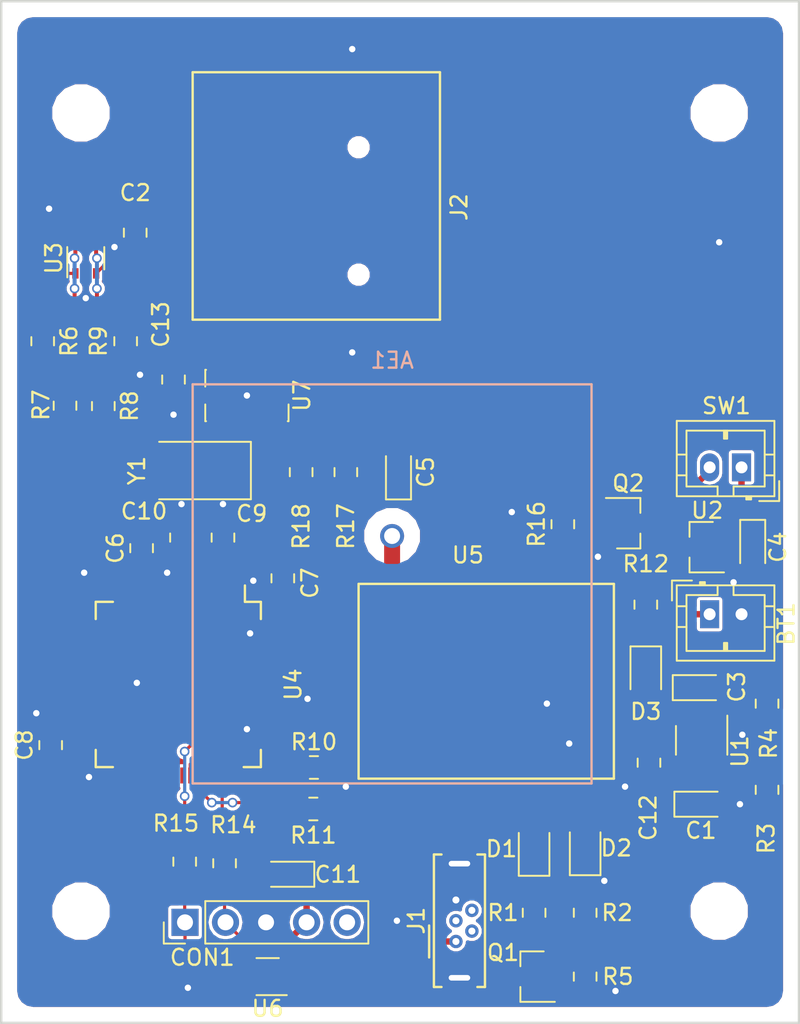
<source format=kicad_pcb>
(kicad_pcb (version 20171130) (host pcbnew 5.0.0+dfsg1-2)
  (title_block (title SD_Track) (date 2018-09-21) (rev 2))
  (layers (0 F.Cu signal) (31 B.Cu signal) (34 B.Paste user) (35 F.Paste user) (36 B.SilkS user) (37 F.SilkS user) (38 B.Mask user) (39 F.Mask user) (44 Edge.Cuts user))
  (net 0 "")
  (net 1 "Net-(AE1-Pad1)")
  (net 2 4.2V)
  (net 3 GND)
  (net 4 5V)
  (net 5 3.3V)
  (net 6 "Net-(C4-Pad1)")
  (net 7 "Net-(C9-Pad1)")
  (net 8 "Net-(C10-Pad1)")
  (net 9 swclk)
  (net 10 swdio)
  (net 11 "Net-(CON1-Pad5)")
  (net 12 "Net-(D1-Pad1)")
  (net 13 "Net-(D2-Pad1)")
  (net 14 "Net-(D3-Pad1)")
  (net 15 "Net-(J1-Pad2)")
  (net 16 "Net-(J1-Pad3)")
  (net 17 "Net-(J1-Pad4)")
  (net 18 "Net-(J2-Pad1)")
  (net 19 "Net-(J2-Pad2)")
  (net 20 "Net-(J2-Pad3)")
  (net 21 "Net-(J2-Pad5)")
  (net 22 "Net-(J2-Pad7)")
  (net 23 "Net-(J2-Pad8)")
  (net 24 "Net-(Q1-Pad3)")
  (net 25 "Net-(Q1-Pad1)")
  (net 26 "Net-(Q2-Pad1)")
  (net 27 "Net-(Q2-Pad3)")
  (net 28 charge_stat)
  (net 29 "Net-(R3-Pad2)")
  (net 30 ss)
  (net 31 mosi)
  (net 32 sck)
  (net 33 miso)
  (net 34 "Net-(R10-Pad2)")
  (net 35 sim28_rx)
  (net 36 sim28_tx)
  (net 37 "Net-(R11-Pad2)")
  (net 38 "Net-(R14-Pad2)")
  (net 39 "Net-(R15-Pad2)")
  (net 40 ledstat)
  (net 41 scl)
  (net 42 sda)
  (net 43 "Net-(U4-Pad2)")
  (net 44 "Net-(U4-Pad3)")
  (net 45 "Net-(U4-Pad4)")
  (net 46 "Net-(U4-Pad7)")
  (net 47 "Net-(U4-Pad8)")
  (net 48 "Net-(U4-Pad9)")
  (net 49 "Net-(U4-Pad10)")
  (net 50 "Net-(U4-Pad11)")
  (net 51 "Net-(U4-Pad14)")
  (net 52 "Net-(U4-Pad15)")
  (net 53 "Net-(U4-Pad16)")
  (net 54 "Net-(U4-Pad17)")
  (net 55 "Net-(U4-Pad18)")
  (net 56 "Net-(U4-Pad19)")
  (net 57 "Net-(U4-Pad20)")
  (net 58 "Net-(U4-Pad24)")
  (net 59 "Net-(U4-Pad25)")
  (net 60 "Net-(U4-Pad26)")
  (net 61 "Net-(U4-Pad27)")
  (net 62 "Net-(U4-Pad28)")
  (net 63 "Net-(U4-Pad30)")
  (net 64 "Net-(U4-Pad33)")
  (net 65 "Net-(U4-Pad34)")
  (net 66 "Net-(U4-Pad35)")
  (net 67 "Net-(U4-Pad36)")
  (net 68 "Net-(U4-Pad37)")
  (net 69 "Net-(U4-Pad38)")
  (net 70 "Net-(U4-Pad39)")
  (net 71 "Net-(U4-Pad40)")
  (net 72 "Net-(U4-Pad41)")
  (net 73 "Net-(U4-Pad45)")
  (net 74 "Net-(U4-Pad47)")
  (net 75 "Net-(U4-Pad48)")
  (net 76 "Net-(U4-Pad50)")
  (net 77 "Net-(U4-Pad52)")
  (net 78 "Net-(U4-Pad53)")
  (net 79 "Net-(U4-Pad54)")
  (net 80 "Net-(U4-Pad55)")
  (net 81 "Net-(U4-Pad56)")
  (net 82 "Net-(U4-Pad57)")
  (net 83 "Net-(U4-Pad60)")
  (net 84 "Net-(U4-Pad61)")
  (net 85 "Net-(U4-Pad62)")
  (net 86 "Net-(U5-Pad1)")
  (net 87 "Net-(U5-Pad2)")
  (net 88 "Net-(U5-Pad4)")
  (net 89 "Net-(U5-Pad5)")
  (net 90 "Net-(U5-Pad6)")
  (net 91 "Net-(U5-Pad7)")
  (net 92 "Net-(U5-Pad8)")
  (net 93 "Net-(U5-Pad9)")
  (net 94 "Net-(U5-Pad14)")
  (net 95 "Net-(U5-Pad15)")
  (net 96 "Net-(U5-Pad16)")
  (net 97 "Net-(U5-Pad17)")
  (net 98 "Net-(U5-Pad18)")
  (net 99 "Net-(U5-Pad19)")
  (net 100 "Net-(U7-Pad10)")
  (net 101 "Net-(U4-Pad44)")
  (module Capacitor_SMD:C_0805_2012Metric (layer F.Cu) (at 127.65 96.15 90)
    (fp_text reference C7 (at -0.3 1.7 90) (layer F.SilkS))
    (fp_text value 100nF)
    (pad 1 smd roundrect (at -0.9375 0 90) (size 0.975 1.4) (layers F.Cu F.Paste F.Mask) (net 5 3.3V))
    (pad 2 smd roundrect (at 0.9375 0 90) (size 0.975 1.4) (layers F.Cu F.Paste F.Mask) (net 3 GND))
  )
  (module Package_QFP:LQFP-64_10x10mm_P0.5mm (layer F.Cu) (at 121.1 102.8 270)
    (fp_text reference U4 (at 0 -7.2 270) (layer F.SilkS))
    (fp_text value STM32F030R8Tx)
    (pad 1 smd rect (at -5.7 -3.75 270) (size 1 0.25) (layers F.Cu F.Paste F.Mask) (net 5 3.3V))
    (pad 2 smd rect (at -5.7 -3.25 270) (size 1 0.25) (layers F.Cu F.Paste F.Mask) (net 43 "Net-(U4-Pad2)"))
    (pad 3 smd rect (at -5.7 -2.75 270) (size 1 0.25) (layers F.Cu F.Paste F.Mask) (net 44 "Net-(U4-Pad3)"))
    (pad 4 smd rect (at -5.7 -2.25 270) (size 1 0.25) (layers F.Cu F.Paste F.Mask) (net 45 "Net-(U4-Pad4)"))
    (pad 5 smd rect (at -5.7 -1.75 270) (size 1 0.25) (layers F.Cu F.Paste F.Mask) (net 7 "Net-(C9-Pad1)"))
    (pad 6 smd rect (at -5.7 -1.25 270) (size 1 0.25) (layers F.Cu F.Paste F.Mask) (net 8 "Net-(C10-Pad1)"))
    (pad 7 smd rect (at -5.7 -0.75 270) (size 1 0.25) (layers F.Cu F.Paste F.Mask) (net 46 "Net-(U4-Pad7)"))
    (pad 8 smd rect (at -5.7 -0.25 270) (size 1 0.25) (layers F.Cu F.Paste F.Mask) (net 47 "Net-(U4-Pad8)"))
    (pad 9 smd rect (at -5.7 0.25 270) (size 1 0.25) (layers F.Cu F.Paste F.Mask) (net 48 "Net-(U4-Pad9)"))
    (pad 10 smd rect (at -5.7 0.75 270) (size 1 0.25) (layers F.Cu F.Paste F.Mask) (net 49 "Net-(U4-Pad10)"))
    (pad 11 smd rect (at -5.7 1.25 270) (size 1 0.25) (layers F.Cu F.Paste F.Mask) (net 50 "Net-(U4-Pad11)"))
    (pad 12 smd rect (at -5.7 1.75 270) (size 1 0.25) (layers F.Cu F.Paste F.Mask) (net 3 GND))
    (pad 13 smd rect (at -5.7 2.25 270) (size 1 0.25) (layers F.Cu F.Paste F.Mask) (net 5 3.3V))
    (pad 14 smd rect (at -5.7 2.75 270) (size 1 0.25) (layers F.Cu F.Paste F.Mask) (net 51 "Net-(U4-Pad14)"))
    (pad 15 smd rect (at -5.7 3.25 270) (size 1 0.25) (layers F.Cu F.Paste F.Mask) (net 52 "Net-(U4-Pad15)"))
    (pad 16 smd rect (at -5.7 3.75 270) (size 1 0.25) (layers F.Cu F.Paste F.Mask) (net 53 "Net-(U4-Pad16)"))
    (pad 17 smd rect (at -3.75 5.7) (size 1 0.25) (layers F.Cu F.Paste F.Mask) (net 54 "Net-(U4-Pad17)"))
    (pad 18 smd rect (at -3.25 5.7) (size 1 0.25) (layers F.Cu F.Paste F.Mask) (net 55 "Net-(U4-Pad18)"))
    (pad 19 smd rect (at -2.75 5.7) (size 1 0.25) (layers F.Cu F.Paste F.Mask) (net 56 "Net-(U4-Pad19)"))
    (pad 20 smd rect (at -2.25 5.7) (size 1 0.25) (layers F.Cu F.Paste F.Mask) (net 57 "Net-(U4-Pad20)"))
    (pad 21 smd rect (at -1.75 5.7) (size 1 0.25) (layers F.Cu F.Paste F.Mask) (net 32 sck))
    (pad 22 smd rect (at -1.25 5.7) (size 1 0.25) (layers F.Cu F.Paste F.Mask) (net 33 miso))
    (pad 23 smd rect (at -0.75 5.7) (size 1 0.25) (layers F.Cu F.Paste F.Mask) (net 31 mosi))
    (pad 24 smd rect (at -0.25 5.7) (size 1 0.25) (layers F.Cu F.Paste F.Mask) (net 58 "Net-(U4-Pad24)"))
    (pad 25 smd rect (at 0.25 5.7) (size 1 0.25) (layers F.Cu F.Paste F.Mask) (net 59 "Net-(U4-Pad25)"))
    (pad 26 smd rect (at 0.75 5.7) (size 1 0.25) (layers F.Cu F.Paste F.Mask) (net 60 "Net-(U4-Pad26)"))
    (pad 27 smd rect (at 1.25 5.7) (size 1 0.25) (layers F.Cu F.Paste F.Mask) (net 61 "Net-(U4-Pad27)"))
    (pad 28 smd rect (at 1.75 5.7) (size 1 0.25) (layers F.Cu F.Paste F.Mask) (net 62 "Net-(U4-Pad28)"))
    (pad 29 smd rect (at 2.25 5.7) (size 1 0.25) (layers F.Cu F.Paste F.Mask) (net 30 ss))
    (pad 30 smd rect (at 2.75 5.7) (size 1 0.25) (layers F.Cu F.Paste F.Mask) (net 63 "Net-(U4-Pad30)"))
    (pad 31 smd rect (at 3.25 5.7) (size 1 0.25) (layers F.Cu F.Paste F.Mask) (net 3 GND))
    (pad 32 smd rect (at 3.75 5.7) (size 1 0.25) (layers F.Cu F.Paste F.Mask) (net 5 3.3V))
    (pad 33 smd rect (at 5.7 3.75 270) (size 1 0.25) (layers F.Cu F.Paste F.Mask) (net 64 "Net-(U4-Pad33)"))
    (pad 34 smd rect (at 5.7 3.25 270) (size 1 0.25) (layers F.Cu F.Paste F.Mask) (net 65 "Net-(U4-Pad34)"))
    (pad 35 smd rect (at 5.7 2.75 270) (size 1 0.25) (layers F.Cu F.Paste F.Mask) (net 66 "Net-(U4-Pad35)"))
    (pad 36 smd rect (at 5.7 2.25 270) (size 1 0.25) (layers F.Cu F.Paste F.Mask) (net 67 "Net-(U4-Pad36)"))
    (pad 37 smd rect (at 5.7 1.75 270) (size 1 0.25) (layers F.Cu F.Paste F.Mask) (net 68 "Net-(U4-Pad37)"))
    (pad 38 smd rect (at 5.7 1.25 270) (size 1 0.25) (layers F.Cu F.Paste F.Mask) (net 69 "Net-(U4-Pad38)"))
    (pad 39 smd rect (at 5.7 0.75 270) (size 1 0.25) (layers F.Cu F.Paste F.Mask) (net 70 "Net-(U4-Pad39)"))
    (pad 40 smd rect (at 5.7 0.25 270) (size 1 0.25) (layers F.Cu F.Paste F.Mask) (net 71 "Net-(U4-Pad40)"))
    (pad 41 smd rect (at 5.7 -0.25 270) (size 1 0.25) (layers F.Cu F.Paste F.Mask) (net 72 "Net-(U4-Pad41)"))
    (pad 42 smd rect (at 5.7 -0.75 270) (size 1 0.25) (layers F.Cu F.Paste F.Mask) (net 34 "Net-(R10-Pad2)"))
    (pad 43 smd rect (at 5.7 -1.25 270) (size 1 0.25) (layers F.Cu F.Paste F.Mask) (net 37 "Net-(R11-Pad2)"))
    (pad 44 smd rect (at 5.7 -1.75 270) (size 1 0.25) (layers F.Cu F.Paste F.Mask) (net 101 "Net-(U4-Pad44)"))
    (pad 45 smd rect (at 5.7 -2.25 270) (size 1 0.25) (layers F.Cu F.Paste F.Mask) (net 73 "Net-(U4-Pad45)"))
    (pad 46 smd rect (at 5.7 -2.75 270) (size 1 0.25) (layers F.Cu F.Paste F.Mask) (net 38 "Net-(R14-Pad2)"))
    (pad 47 smd rect (at 5.7 -3.25 270) (size 1 0.25) (layers F.Cu F.Paste F.Mask) (net 74 "Net-(U4-Pad47)"))
    (pad 48 smd rect (at 5.7 -3.75 270) (size 1 0.25) (layers F.Cu F.Paste F.Mask) (net 75 "Net-(U4-Pad48)"))
    (pad 49 smd rect (at 3.75 -5.7) (size 1 0.25) (layers F.Cu F.Paste F.Mask) (net 39 "Net-(R15-Pad2)"))
    (pad 50 smd rect (at 3.25 -5.7) (size 1 0.25) (layers F.Cu F.Paste F.Mask) (net 76 "Net-(U4-Pad50)"))
    (pad 51 smd rect (at 2.75 -5.7) (size 1 0.25) (layers F.Cu F.Paste F.Mask) (net 40 ledstat))
    (pad 52 smd rect (at 2.25 -5.7) (size 1 0.25) (layers F.Cu F.Paste F.Mask) (net 77 "Net-(U4-Pad52)"))
    (pad 53 smd rect (at 1.75 -5.7) (size 1 0.25) (layers F.Cu F.Paste F.Mask) (net 78 "Net-(U4-Pad53)"))
    (pad 54 smd rect (at 1.25 -5.7) (size 1 0.25) (layers F.Cu F.Paste F.Mask) (net 79 "Net-(U4-Pad54)"))
    (pad 55 smd rect (at 0.75 -5.7) (size 1 0.25) (layers F.Cu F.Paste F.Mask) (net 80 "Net-(U4-Pad55)"))
    (pad 56 smd rect (at 0.25 -5.7) (size 1 0.25) (layers F.Cu F.Paste F.Mask) (net 81 "Net-(U4-Pad56)"))
    (pad 57 smd rect (at -0.25 -5.7) (size 1 0.25) (layers F.Cu F.Paste F.Mask) (net 82 "Net-(U4-Pad57)"))
    (pad 58 smd rect (at -0.75 -5.7) (size 1 0.25) (layers F.Cu F.Paste F.Mask) (net 41 scl))
    (pad 59 smd rect (at -1.25 -5.7) (size 1 0.25) (layers F.Cu F.Paste F.Mask) (net 42 sda))
    (pad 60 smd rect (at -1.75 -5.7) (size 1 0.25) (layers F.Cu F.Paste F.Mask) (net 83 "Net-(U4-Pad60)"))
    (pad 61 smd rect (at -2.25 -5.7) (size 1 0.25) (layers F.Cu F.Paste F.Mask) (net 84 "Net-(U4-Pad61)"))
    (pad 62 smd rect (at -2.75 -5.7) (size 1 0.25) (layers F.Cu F.Paste F.Mask) (net 85 "Net-(U4-Pad62)"))
    (pad 63 smd rect (at -3.25 -5.7) (size 1 0.25) (layers F.Cu F.Paste F.Mask) (net 3 GND))
    (pad 64 smd rect (at -3.75 -5.7) (size 1 0.25) (layers F.Cu F.Paste F.Mask) (net 5 3.3V))
  )
  (module MountingHole:MountingHole_3.2mm_M3 (layer F.Cu) (at 155 117)
    (fp_text reference "" (at 0 -4.2) (layer F.SilkS))
    (fp_text value MountingHole_3.2mm_M3)
    (pad 1 np_thru_hole circle (at 0 0) (size 3.2 3.2) (drill 3.2) (layers *.Cu *.Mask))
  )
  (module MountingHole:MountingHole_3.2mm_M3 (layer F.Cu) (at 155 67)
    (fp_text reference "" (at 0 -4.2) (layer F.SilkS))
    (fp_text value MountingHole_3.2mm_M3)
    (pad 1 np_thru_hole circle (at 0 0) (size 3.2 3.2) (drill 3.2) (layers *.Cu *.Mask))
  )
  (module MountingHole:MountingHole_3.2mm_M3 (layer F.Cu) (at 115 67)
    (fp_text reference "" (at 0 -4.2) (layer F.SilkS))
    (fp_text value MountingHole_3.2mm_M3)
    (pad 1 np_thru_hole circle (at 0 0) (size 3.2 3.2) (drill 3.2) (layers *.Cu *.Mask))
  )
  (module Connector_JST:JST_PH_B2B-PH-K_1x02_P2.00mm_Vertical (layer F.Cu) (at 154.4 98.4)
    (fp_text reference BT1 (at 4.8 0.6 270) (layer F.SilkS))
    (fp_text value "3.7V 3000mah")
    (pad 1 thru_hole rect (at 0 0) (size 1.2 1.75) (drill 0.75) (layers *.Cu *.Mask) (net 2 4.2V))
    (pad 2 thru_hole oval (at 2 0) (size 1.2 1.75) (drill 0.75) (layers *.Cu *.Mask) (net 3 GND))
  )
  (module Capacitor_Tantalum_SMD:CP_EIA-2012-12_Kemet-R (layer F.Cu) (at 153.9 110.3)
    (fp_text reference C1 (at -0.05 1.65) (layer F.SilkS))
    (fp_text value 10uF)
    (pad 2 smd roundrect (at 0.8875 0) (size 1.125 1.05) (layers F.Cu F.Paste F.Mask) (roundrect_rratio 0.238095) (net 3 GND))
    (pad 1 smd roundrect (at -0.8875 0) (size 1.125 1.05) (layers F.Cu F.Paste F.Mask) (roundrect_rratio 0.238095) (net 4 5V))
  )
  (module Capacitor_SMD:C_0805_2012Metric (layer F.Cu) (at 118.4 74.5 270)
    (fp_text reference C2 (at -2.5 0) (layer F.SilkS))
    (fp_text value 100nF)
    (pad 1 smd roundrect (at -0.9375 0 270) (size 0.975 1.4) (layers F.Cu F.Paste F.Mask) (net 5 3.3V))
    (pad 2 smd roundrect (at 0.9375 0 270) (size 0.975 1.4) (layers F.Cu F.Paste F.Mask) (net 3 GND))
  )
  (module Capacitor_Tantalum_SMD:CP_EIA-2012-12_Kemet-R (layer F.Cu) (at 153.8 103)
    (fp_text reference C3 (at 2.3 -0.05 90) (layer F.SilkS))
    (fp_text value 10uF)
    (pad 2 smd roundrect (at 0.8875 0) (size 1.125 1.05) (layers F.Cu F.Paste F.Mask) (roundrect_rratio 0.238095) (net 3 GND))
    (pad 1 smd roundrect (at -0.8875 0) (size 1.125 1.05) (layers F.Cu F.Paste F.Mask) (roundrect_rratio 0.238095) (net 2 4.2V))
  )
  (module Capacitor_Tantalum_SMD:CP_EIA-2012-12_Kemet-R (layer F.Cu) (at 157.1 94.2 270)
    (fp_text reference C4 (at 0 -1.58 270) (layer F.SilkS))
    (fp_text value 10uF)
    (pad 1 smd roundrect (at -0.8875 0 270) (size 1.125 1.05) (layers F.Cu F.Paste F.Mask) (roundrect_rratio 0.238095) (net 6 "Net-(C4-Pad1)"))
    (pad 2 smd roundrect (at 0.8875 0 270) (size 1.125 1.05) (layers F.Cu F.Paste F.Mask) (roundrect_rratio 0.238095) (net 3 GND))
  )
  (module Capacitor_Tantalum_SMD:CP_EIA-2012-12_Kemet-R (layer F.Cu) (at 134.9 89.5 90)
    (fp_text reference C5 (at 0 1.7 90) (layer F.SilkS))
    (fp_text value 10uF)
    (pad 1 smd roundrect (at -0.8875 0 90) (size 1.125 1.05) (layers F.Cu F.Paste F.Mask) (roundrect_rratio 0.238095) (net 5 3.3V))
    (pad 2 smd roundrect (at 0.8875 0 90) (size 1.125 1.05) (layers F.Cu F.Paste F.Mask) (roundrect_rratio 0.238095) (net 3 GND))
  )
  (module Capacitor_SMD:C_0805_2012Metric (layer F.Cu) (at 118.8 94.2625 90)
    (fp_text reference C6 (at 0 -1.65 90) (layer F.SilkS))
    (fp_text value 100nF)
    (pad 2 smd roundrect (at 0.9375 0 90) (size 0.975 1.4) (layers F.Cu F.Paste F.Mask) (net 3 GND))
    (pad 1 smd roundrect (at -0.9375 0 90) (size 0.975 1.4) (layers F.Cu F.Paste F.Mask) (net 5 3.3V))
  )
  (module Capacitor_SMD:C_0805_2012Metric (layer F.Cu) (at 113.1 106.6 90)
    (fp_text reference C8 (at 0 -1.65 90) (layer F.SilkS))
    (fp_text value 100nF)
    (pad 2 smd roundrect (at 0.9375 0 90) (size 0.975 1.4) (layers F.Cu F.Paste F.Mask) (net 3 GND))
    (pad 1 smd roundrect (at -0.9375 0 90) (size 0.975 1.4) (layers F.Cu F.Paste F.Mask) (net 5 3.3V))
  )
  (module Capacitor_SMD:C_0805_2012Metric (layer F.Cu) (at 123.9 93.6 90)
    (fp_text reference C9 (at 1.5 1.8 180) (layer F.SilkS))
    (fp_text value 20pF)
    (pad 1 smd roundrect (at -0.9375 0 90) (size 0.975 1.4) (layers F.Cu F.Paste F.Mask) (net 7 "Net-(C9-Pad1)"))
    (pad 2 smd roundrect (at 0.9375 0 90) (size 0.975 1.4) (layers F.Cu F.Paste F.Mask) (net 3 GND))
  )
  (module Capacitor_SMD:C_0805_2012Metric (layer F.Cu) (at 121.3 93.6 90)
    (fp_text reference C10 (at 1.65 -2.35) (layer F.SilkS))
    (fp_text value 20pF)
    (pad 2 smd roundrect (at 0.9375 0 90) (size 0.975 1.4) (layers F.Cu F.Paste F.Mask) (net 3 GND))
    (pad 1 smd roundrect (at -0.9375 0 90) (size 0.975 1.4) (layers F.Cu F.Paste F.Mask) (net 8 "Net-(C10-Pad1)"))
  )
  (module Capacitor_Tantalum_SMD:CP_EIA-2012-12_Kemet-R (layer F.Cu) (at 127.9125 114.6875 180)
    (fp_text reference C11 (at -3.1875 -0.0125 180) (layer F.SilkS))
    (fp_text value 10uF)
    (pad 1 smd roundrect (at -0.8875 0 180) (size 1.125 1.05) (layers F.Cu F.Paste F.Mask) (roundrect_rratio 0.238095) (net 5 3.3V))
    (pad 2 smd roundrect (at 0.8875 0 180) (size 1.125 1.05) (layers F.Cu F.Paste F.Mask) (roundrect_rratio 0.238095) (net 3 GND))
  )
  (module Capacitor_SMD:C_0805_2012Metric (layer F.Cu) (at 150.6 107.7 270)
    (fp_text reference C12 (at 3.45 0.05 270) (layer F.SilkS))
    (fp_text value 100nF)
    (pad 2 smd roundrect (at 0.9375 0 270) (size 0.975 1.4) (layers F.Cu F.Paste F.Mask) (net 3 GND))
    (pad 1 smd roundrect (at -0.9375 0 270) (size 0.975 1.4) (layers F.Cu F.Paste F.Mask) (net 5 3.3V))
  )
  (module Capacitor_SMD:C_0805_2012Metric (layer F.Cu) (at 120.8 83.7 270)
    (fp_text reference C13 (at -3.45 0.8 90) (layer F.SilkS))
    (fp_text value 100nF)
    (pad 1 smd roundrect (at -0.9375 0 270) (size 0.975 1.4) (layers F.Cu F.Paste F.Mask) (net 5 3.3V))
    (pad 2 smd roundrect (at 0.9375 0 270) (size 0.975 1.4) (layers F.Cu F.Paste F.Mask) (net 3 GND))
  )
  (module Connector_PinHeader_2.54mm:PinHeader_1x05_P2.54mm_Vertical (layer F.Cu) (at 121.52 117.7 90)
    (fp_text reference CON1 (at -2.2 1.08 180) (layer F.SilkS))
    (fp_text value ST-LINK_V2)
    (pad 1 thru_hole rect (at 0 0 90) (size 1.7 1.7) (drill 1) (layers *.Cu *.Mask) (net 9 swclk))
    (pad 2 thru_hole oval (at 0 2.54 90) (size 1.7 1.7) (drill 1) (layers *.Cu *.Mask) (net 10 swdio))
    (pad 3 thru_hole oval (at 0 5.08 90) (size 1.7 1.7) (drill 1) (layers *.Cu *.Mask) (net 3 GND))
    (pad 4 thru_hole oval (at 0 7.62 90) (size 1.7 1.7) (drill 1) (layers *.Cu *.Mask) (net 5 3.3V))
    (pad 5 thru_hole oval (at 0 10.16 90) (size 1.7 1.7) (drill 1) (layers *.Cu *.Mask) (net 11 "Net-(CON1-Pad5)"))
  )
  (module LED_SMD:LED_0805_2012Metric (layer F.Cu) (at 143.4 113.1 90)
    (fp_text reference D1 (at 0 -2.05 180) (layer F.SilkS))
    (fp_text value GREEN)
    (pad 2 smd roundrect (at 0.9375 0 90) (size 0.975 1.4) (layers F.Cu F.Paste F.Mask) (net 4 5V))
    (pad 1 smd roundrect (at -0.9375 0 90) (size 0.975 1.4) (layers F.Cu F.Paste F.Mask) (net 12 "Net-(D1-Pad1)"))
  )
  (module LED_SMD:LED_0805_2012Metric (layer F.Cu) (at 146.6 113.0625 90)
    (fp_text reference D2 (at 0.0125 1.95 180) (layer F.SilkS))
    (fp_text value RED)
    (pad 1 smd roundrect (at -0.9375 0 90) (size 0.975 1.4) (layers F.Cu F.Paste F.Mask) (net 13 "Net-(D2-Pad1)"))
    (pad 2 smd roundrect (at 0.9375 0 90) (size 0.975 1.4) (layers F.Cu F.Paste F.Mask) (net 4 5V))
  )
  (module LED_SMD:LED_0805_2012Metric (layer F.Cu) (at 150.4 102.1 270)
    (fp_text reference D3 (at 2.4 0) (layer F.SilkS))
    (fp_text value BLUE)
    (pad 1 smd roundrect (at -0.9375 0 270) (size 0.975 1.4) (layers F.Cu F.Paste F.Mask) (net 14 "Net-(D3-Pad1)"))
    (pad 2 smd roundrect (at 0.9375 0 270) (size 0.975 1.4) (layers F.Cu F.Paste F.Mask) (net 2 4.2V))
  )
  (module Connector_USB:USB_Micro-B_Wuerth_614105150721_Vertical (layer F.Cu) (at 138.5 118.9 90)
    (fp_text reference J1 (at 1.3 -2.48 90) (layer F.SilkS))
    (fp_text value USB_B_Micro)
    (pad 1 thru_hole circle (at 0 0 90) (size 0.84 0.84) (drill 0.44) (layers *.Cu *.Mask) (net 4 5V))
    (pad 2 thru_hole circle (at 0.65 1 90) (size 0.84 0.84) (drill 0.44) (layers *.Cu *.Mask) (net 15 "Net-(J1-Pad2)"))
    (pad 3 thru_hole circle (at 1.3 0 90) (size 0.84 0.84) (drill 0.44) (layers *.Cu *.Mask) (net 16 "Net-(J1-Pad3)"))
    (pad 4 thru_hole circle (at 1.95 1 90) (size 0.84 0.84) (drill 0.44) (layers *.Cu *.Mask) (net 17 "Net-(J1-Pad4)"))
    (pad 5 thru_hole circle (at 2.6 0 90) (size 0.84 0.84) (drill 0.44) (layers *.Cu *.Mask) (net 3 GND))
    (pad 6 thru_hole oval (at -2.275 0.22 90) (size 0.85 1.85) (drill oval 0.35 1.35) (layers *.Cu *.Mask) (net 3 GND))
    (pad 6 thru_hole oval (at 4.875 0.22 90) (size 0.85 1.85) (drill oval 0.35 1.35) (layers *.Cu *.Mask) (net 3 GND))
  )
  (module SD_Track:TFP09-2-12B (layer F.Cu) (at 122 70 90)
    (fp_text reference J2 (at -2.9 16.7 90) (layer F.SilkS))
    (fp_text value TFP09-2-12B)
    (pad 1 smd rect (at 0 0 90) (size 0.7 1.4) (layers F.Cu F.Paste F.Mask) (net 18 "Net-(J2-Pad1)"))
    (pad 2 smd rect (at -1.1 0 90) (size 0.7 1.4) (layers F.Cu F.Paste F.Mask) (net 19 "Net-(J2-Pad2)"))
    (pad 3 smd rect (at -2.2 0 90) (size 0.7 1.4) (layers F.Cu F.Paste F.Mask) (net 20 "Net-(J2-Pad3)"))
    (pad 4 smd rect (at -3.3 0 90) (size 0.7 1.4) (layers F.Cu F.Paste F.Mask) (net 5 3.3V))
    (pad 5 smd rect (at -4.4 0 90) (size 0.7 1.4) (layers F.Cu F.Paste F.Mask) (net 21 "Net-(J2-Pad5)"))
    (pad 6 smd rect (at -5.5 0 90) (size 0.7 1.4) (layers F.Cu F.Paste F.Mask) (net 3 GND))
    (pad 7 smd rect (at -6.6 0 90) (size 0.7 1.4) (layers F.Cu F.Paste F.Mask) (net 22 "Net-(J2-Pad7)"))
    (pad 8 smd rect (at -7.7 0 90) (size 0.7 1.4) (layers F.Cu F.Paste F.Mask) (net 23 "Net-(J2-Pad8)"))
    (pad 9 smd rect (at 4.65 0.4 90) (size 1.6 1.4) (layers F.Cu F.Paste F.Mask) (net 3 GND))
    (pad 9 smd rect (at -9.95 0.4 90) (size 1.2 1.4) (layers F.Cu F.Paste F.Mask) (net 3 GND))
    (pad 9 smd rect (at -9.95 10 90) (size 1.2 2.2) (layers F.Cu F.Paste F.Mask) (net 3 GND))
    (pad 9 smd rect (at 5.55 10 90) (size 1.2 2.2) (layers F.Cu F.Paste F.Mask) (net 3 GND))
    (pad "" np_thru_hole circle (at 0.85 10.4 90) (size 1 1) (drill 1) (layers *.Cu *.Mask))
    (pad "" np_thru_hole circle (at -7.13 10.4 90) (size 1 1) (drill 1) (layers *.Cu *.Mask))
  )
  (module Package_TO_SOT_SMD:SOT-23 (layer F.Cu) (at 143.3 121.1 180)
    (fp_text reference Q1 (at 1.85 1.5 180) (layer F.SilkS))
    (fp_text value MMBT3904)
    (pad 3 smd rect (at 1 0 180) (size 0.9 0.8) (layers F.Cu F.Paste F.Mask) (net 24 "Net-(Q1-Pad3)"))
    (pad 2 smd rect (at -1 0.95 180) (size 0.9 0.8) (layers F.Cu F.Paste F.Mask) (net 3 GND))
    (pad 1 smd rect (at -1 -0.95 180) (size 0.9 0.8) (layers F.Cu F.Paste F.Mask) (net 25 "Net-(Q1-Pad1)"))
  )
  (module Package_TO_SOT_SMD:SOT-23 (layer F.Cu) (at 149.3 92.7)
    (fp_text reference Q2 (at 0 -2.5) (layer F.SilkS))
    (fp_text value MMBT3904)
    (pad 1 smd rect (at -1 -0.95) (size 0.9 0.8) (layers F.Cu F.Paste F.Mask) (net 26 "Net-(Q2-Pad1)"))
    (pad 2 smd rect (at -1 0.95) (size 0.9 0.8) (layers F.Cu F.Paste F.Mask) (net 3 GND))
    (pad 3 smd rect (at 1 0) (size 0.9 0.8) (layers F.Cu F.Paste F.Mask) (net 27 "Net-(Q2-Pad3)"))
  )
  (module Resistor_SMD:R_0805_2012Metric (layer F.Cu) (at 143.4 117.1 90)
    (fp_text reference R1 (at 0 -1.95 180) (layer F.SilkS))
    (fp_text value 4.7k)
    (pad 2 smd roundrect (at 0.9375 0 90) (size 0.975 1.4) (layers F.Cu F.Paste F.Mask) (net 12 "Net-(D1-Pad1)"))
    (pad 1 smd roundrect (at -0.9375 0 90) (size 0.975 1.4) (layers F.Cu F.Paste F.Mask) (net 24 "Net-(Q1-Pad3)"))
  )
  (module Resistor_SMD:R_0805_2012Metric (layer F.Cu) (at 146.6 117.1 90)
    (fp_text reference R2 (at 0 2 180) (layer F.SilkS))
    (fp_text value 4.7k)
    (pad 1 smd roundrect (at -0.9375 0 90) (size 0.975 1.4) (layers F.Cu F.Paste F.Mask) (net 28 charge_stat))
    (pad 2 smd roundrect (at 0.9375 0 90) (size 0.975 1.4) (layers F.Cu F.Paste F.Mask) (net 13 "Net-(D2-Pad1)"))
  )
  (module Resistor_SMD:R_0805_2012Metric (layer F.Cu) (at 158 109.4 90)
    (fp_text reference R3 (at -3.05 -0.05 90) (layer F.SilkS))
    (fp_text value 4.7k)
    (pad 2 smd roundrect (at 0.9375 0 90) (size 0.975 1.4) (layers F.Cu F.Paste F.Mask) (net 29 "Net-(R3-Pad2)"))
    (pad 1 smd roundrect (at -0.9375 0 90) (size 0.975 1.4) (layers F.Cu F.Paste F.Mask) (net 3 GND))
  )
  (module Resistor_SMD:R_0805_2012Metric (layer F.Cu) (at 158 104 270)
    (fp_text reference R4 (at 2.5 -0.1 270) (layer F.SilkS))
    (fp_text value 4.7k)
    (pad 1 smd roundrect (at -0.9375 0 270) (size 0.975 1.4) (layers F.Cu F.Paste F.Mask) (net 3 GND))
    (pad 2 smd roundrect (at 0.9375 0 270) (size 0.975 1.4) (layers F.Cu F.Paste F.Mask) (net 29 "Net-(R3-Pad2)"))
  )
  (module Resistor_SMD:R_0805_2012Metric (layer F.Cu) (at 146.6 121.1 90)
    (fp_text reference R5 (at 0 2.05 180) (layer F.SilkS))
    (fp_text value 4.7k)
    (pad 2 smd roundrect (at 0.9375 0 90) (size 0.975 1.4) (layers F.Cu F.Paste F.Mask) (net 28 charge_stat))
    (pad 1 smd roundrect (at -0.9375 0 90) (size 0.975 1.4) (layers F.Cu F.Paste F.Mask) (net 25 "Net-(Q1-Pad1)"))
  )
  (module Resistor_SMD:R_0805_2012Metric (layer F.Cu) (at 112.6 81.3 270)
    (fp_text reference R6 (at 0 -1.65 270) (layer F.SilkS))
    (fp_text value 33)
    (pad 1 smd roundrect (at -0.9375 0 270) (size 0.975 1.4) (layers F.Cu F.Paste F.Mask) (net 19 "Net-(J2-Pad2)"))
    (pad 2 smd roundrect (at 0.9375 0 270) (size 0.975 1.4) (layers F.Cu F.Paste F.Mask) (net 30 ss))
  )
  (module Resistor_SMD:R_0805_2012Metric (layer F.Cu) (at 114 85.3375 270)
    (fp_text reference R7 (at -0.0375 1.5 270) (layer F.SilkS))
    (fp_text value 33)
    (pad 1 smd roundrect (at -0.9375 0 270) (size 0.975 1.4) (layers F.Cu F.Paste F.Mask) (net 20 "Net-(J2-Pad3)"))
    (pad 2 smd roundrect (at 0.9375 0 270) (size 0.975 1.4) (layers F.Cu F.Paste F.Mask) (net 31 mosi))
  )
  (module Resistor_SMD:R_0805_2012Metric (layer F.Cu) (at 116.4 85.3625 270)
    (fp_text reference R8 (at 0 -1.65 270) (layer F.SilkS))
    (fp_text value 33)
    (pad 2 smd roundrect (at 0.9375 0 270) (size 0.975 1.4) (layers F.Cu F.Paste F.Mask) (net 32 sck))
    (pad 1 smd roundrect (at -0.9375 0 270) (size 0.975 1.4) (layers F.Cu F.Paste F.Mask) (net 21 "Net-(J2-Pad5)"))
  )
  (module Resistor_SMD:R_0805_2012Metric (layer F.Cu) (at 117.8 81.3 270)
    (fp_text reference R9 (at 0 1.7 270) (layer F.SilkS))
    (fp_text value 33)
    (pad 1 smd roundrect (at -0.9375 0 270) (size 0.975 1.4) (layers F.Cu F.Paste F.Mask) (net 22 "Net-(J2-Pad7)"))
    (pad 2 smd roundrect (at 0.9375 0 270) (size 0.975 1.4) (layers F.Cu F.Paste F.Mask) (net 33 miso))
  )
  (module Resistor_SMD:R_0805_2012Metric (layer F.Cu) (at 129.6 108 180)
    (fp_text reference R10 (at 0 1.6 180) (layer F.SilkS))
    (fp_text value 33)
    (pad 2 smd roundrect (at 0.9375 0 180) (size 0.975 1.4) (layers F.Cu F.Paste F.Mask) (net 34 "Net-(R10-Pad2)"))
    (pad 1 smd roundrect (at -0.9375 0 180) (size 0.975 1.4) (layers F.Cu F.Paste F.Mask) (net 35 sim28_rx))
  )
  (module Resistor_SMD:R_0805_2012Metric (layer F.Cu) (at 129.5625 110.6 180)
    (fp_text reference R11 (at 0 -1.65 180) (layer F.SilkS))
    (fp_text value 33)
    (pad 1 smd roundrect (at -0.9375 0 180) (size 0.975 1.4) (layers F.Cu F.Paste F.Mask) (net 36 sim28_tx))
    (pad 2 smd roundrect (at 0.9375 0 180) (size 0.975 1.4) (layers F.Cu F.Paste F.Mask) (net 37 "Net-(R11-Pad2)"))
  )
  (module Resistor_SMD:R_0805_2012Metric (layer F.Cu) (at 150.4 97.8 270)
    (fp_text reference R12 (at -2.55 0) (layer F.SilkS))
    (fp_text value 4.7k)
    (pad 2 smd roundrect (at 0.9375 0 270) (size 0.975 1.4) (layers F.Cu F.Paste F.Mask) (net 14 "Net-(D3-Pad1)"))
    (pad 1 smd roundrect (at -0.9375 0 270) (size 0.975 1.4) (layers F.Cu F.Paste F.Mask) (net 27 "Net-(Q2-Pad3)"))
  )
  (module Resistor_SMD:R_0805_2012Metric (layer F.Cu) (at 124 114 90)
    (fp_text reference R14 (at 2.4 0.55 180) (layer F.SilkS))
    (fp_text value 33)
    (pad 1 smd roundrect (at -0.9375 0 90) (size 0.975 1.4) (layers F.Cu F.Paste F.Mask) (net 10 swdio))
    (pad 2 smd roundrect (at 0.9375 0 90) (size 0.975 1.4) (layers F.Cu F.Paste F.Mask) (net 38 "Net-(R14-Pad2)"))
  )
  (module Resistor_SMD:R_0805_2012Metric (layer F.Cu) (at 121.5 113.9 90)
    (fp_text reference R15 (at 2.4 -0.55 180) (layer F.SilkS))
    (fp_text value 33)
    (pad 2 smd roundrect (at 0.9375 0 90) (size 0.975 1.4) (layers F.Cu F.Paste F.Mask) (net 39 "Net-(R15-Pad2)"))
    (pad 1 smd roundrect (at -0.9375 0 90) (size 0.975 1.4) (layers F.Cu F.Paste F.Mask) (net 9 swclk))
  )
  (module Resistor_SMD:R_0805_2012Metric (layer F.Cu) (at 145.2 92.7625 90)
    (fp_text reference R16 (at 0 -1.65 90) (layer F.SilkS))
    (fp_text value 4.7k)
    (pad 1 smd roundrect (at -0.9375 0 90) (size 0.975 1.4) (layers F.Cu F.Paste F.Mask) (net 40 ledstat))
    (pad 2 smd roundrect (at 0.9375 0 90) (size 0.975 1.4) (layers F.Cu F.Paste F.Mask) (net 26 "Net-(Q2-Pad1)"))
  )
  (module Resistor_SMD:R_0805_2012Metric (layer F.Cu) (at 131.6 89.5 270)
    (fp_text reference R17 (at 3.4 0 270) (layer F.SilkS))
    (fp_text value 4.7k)
    (pad 2 smd roundrect (at 0.9375 0 270) (size 0.975 1.4) (layers F.Cu F.Paste F.Mask) (net 5 3.3V))
    (pad 1 smd roundrect (at -0.9375 0 270) (size 0.975 1.4) (layers F.Cu F.Paste F.Mask) (net 41 scl))
  )
  (module Resistor_SMD:R_0805_2012Metric (layer F.Cu) (at 128.8 89.5 270)
    (fp_text reference R18 (at 3.4 0 270) (layer F.SilkS))
    (fp_text value 4.7k)
    (pad 1 smd roundrect (at -0.9375 0 270) (size 0.975 1.4) (layers F.Cu F.Paste F.Mask) (net 42 sda))
    (pad 2 smd roundrect (at 0.9375 0 270) (size 0.975 1.4) (layers F.Cu F.Paste F.Mask) (net 5 3.3V))
  )
  (module Connector_JST:JST_PH_B2B-PH-K_1x02_P2.00mm_Vertical (layer F.Cu) (at 156.4 89.2 180)
    (fp_text reference SW1 (at 0.95 3.85 180) (layer F.SilkS))
    (fp_text value KCD11)
    (pad 2 thru_hole oval (at 2 0 180) (size 1.2 1.75) (drill 0.75) (layers *.Cu *.Mask) (net 5 3.3V))
    (pad 1 thru_hole rect (at 0 0 180) (size 1.2 1.75) (drill 0.75) (layers *.Cu *.Mask) (net 6 "Net-(C4-Pad1)"))
  )
  (module Package_TO_SOT_SMD:SOT-23-5 (layer F.Cu) (at 153.9 106.3 270)
    (fp_text reference U1 (at 0.7 -2.4 90) (layer F.SilkS))
    (fp_text value MCP73831T-2DCI)
    (pad 1 smd rect (at -1.1 -0.95 270) (size 1.06 0.65) (layers F.Cu F.Paste F.Mask) (net 28 charge_stat))
    (pad 2 smd rect (at -1.1 0 270) (size 1.06 0.65) (layers F.Cu F.Paste F.Mask) (net 3 GND))
    (pad 3 smd rect (at -1.1 0.95 270) (size 1.06 0.65) (layers F.Cu F.Paste F.Mask) (net 2 4.2V))
    (pad 4 smd rect (at 1.1 0.95 270) (size 1.06 0.65) (layers F.Cu F.Paste F.Mask) (net 4 5V))
    (pad 5 smd rect (at 1.1 -0.95 270) (size 1.06 0.65) (layers F.Cu F.Paste F.Mask) (net 29 "Net-(R3-Pad2)"))
  )
  (module Package_TO_SOT_SMD:SOT-23 (layer F.Cu) (at 153.9 94.2 180)
    (fp_text reference U2 (at -0.35 2.3 180) (layer F.SilkS))
    (fp_text value MCP1700T-3302E_SOT23)
    (pad 1 smd rect (at -1 -0.95 180) (size 0.9 0.8) (layers F.Cu F.Paste F.Mask) (net 3 GND))
    (pad 2 smd rect (at -1 0.95 180) (size 0.9 0.8) (layers F.Cu F.Paste F.Mask) (net 6 "Net-(C4-Pad1)"))
    (pad 3 smd rect (at 1 0 180) (size 0.9 0.8) (layers F.Cu F.Paste F.Mask) (net 2 4.2V))
  )
  (module Package_TO_SOT_SMD:SOT-363_SC-70-6 (layer F.Cu) (at 115.3 76.1 90)
    (fp_text reference U3 (at 0 -2 90) (layer F.SilkS))
    (fp_text value SMF05C)
    (pad 1 smd rect (at -0.95 -0.65 90) (size 0.65 0.4) (layers F.Cu F.Paste F.Mask) (net 19 "Net-(J2-Pad2)"))
    (pad 3 smd rect (at -0.95 0.65 90) (size 0.65 0.4) (layers F.Cu F.Paste F.Mask) (net 22 "Net-(J2-Pad7)"))
    (pad 5 smd rect (at 0.95 0 90) (size 0.65 0.4) (layers F.Cu F.Paste F.Mask) (net 5 3.3V))
    (pad 2 smd rect (at -0.95 0 90) (size 0.65 0.4) (layers F.Cu F.Paste F.Mask) (net 3 GND))
    (pad 4 smd rect (at 0.95 0.65 90) (size 0.65 0.4) (layers F.Cu F.Paste F.Mask) (net 21 "Net-(J2-Pad5)"))
    (pad 6 smd rect (at 0.95 -0.65 90) (size 0.65 0.4) (layers F.Cu F.Paste F.Mask) (net 20 "Net-(J2-Pad3)"))
  )
  (module SD_Track:SIM28 (layer F.Cu) (at 147.4 96.5 270)
    (fp_text reference U5 (at -1.8 8.15) (layer F.SilkS))
    (fp_text value SIM28)
    (pad 1 smd rect (at 0 0 270) (size 1.6 0.7) (layers F.Cu F.Paste F.Mask) (net 86 "Net-(U5-Pad1)"))
    (pad 2 smd rect (at 0 1.1 270) (size 1.6 0.7) (layers F.Cu F.Paste F.Mask) (net 87 "Net-(U5-Pad2)"))
    (pad 3 smd rect (at 0 2.2 270) (size 1.6 0.7) (layers F.Cu F.Paste F.Mask) (net 40 ledstat))
    (pad 4 smd rect (at 0 3.3 270) (size 1.6 0.7) (layers F.Cu F.Paste F.Mask) (net 88 "Net-(U5-Pad4)"))
    (pad 5 smd rect (at 0 4.4 270) (size 1.6 0.7) (layers F.Cu F.Paste F.Mask) (net 89 "Net-(U5-Pad5)"))
    (pad 6 smd rect (at 0 5.5 270) (size 1.6 0.7) (layers F.Cu F.Paste F.Mask) (net 90 "Net-(U5-Pad6)"))
    (pad 7 smd rect (at 0 6.6 270) (size 1.6 0.7) (layers F.Cu F.Paste F.Mask) (net 91 "Net-(U5-Pad7)"))
    (pad 8 smd rect (at 0 9.6 270) (size 1.6 0.7) (layers F.Cu F.Paste F.Mask) (net 92 "Net-(U5-Pad8)"))
    (pad 9 smd rect (at 0 10.7 270) (size 1.6 0.7) (layers F.Cu F.Paste F.Mask) (net 93 "Net-(U5-Pad9)"))
    (pad 10 smd rect (at 0 11.8 270) (size 1.6 0.7) (layers F.Cu F.Paste F.Mask) (net 3 GND))
    (pad 11 smd rect (at 0 12.9 270) (size 1.6 0.7) (layers F.Cu F.Paste F.Mask) (net 1 "Net-(AE1-Pad1)"))
    (pad 12 smd rect (at 0 14 270) (size 1.6 0.7) (layers F.Cu F.Paste F.Mask) (net 3 GND))
    (pad 13 smd rect (at 12.2 14 270) (size 1.6 0.7) (layers F.Cu F.Paste F.Mask) (net 3 GND))
    (pad 14 smd rect (at 12.2 12.9 270) (size 1.6 0.7) (layers F.Cu F.Paste F.Mask) (net 94 "Net-(U5-Pad14)"))
    (pad 15 smd rect (at 12.2 11.8 270) (size 1.6 0.7) (layers F.Cu F.Paste F.Mask) (net 95 "Net-(U5-Pad15)"))
    (pad 16 smd rect (at 12.2 10.7 270) (size 1.6 0.7) (layers F.Cu F.Paste F.Mask) (net 96 "Net-(U5-Pad16)"))
    (pad 17 smd rect (at 12.2 9.6 270) (size 1.6 0.7) (layers F.Cu F.Paste F.Mask) (net 97 "Net-(U5-Pad17)"))
    (pad 18 smd rect (at 12.2 6.6 270) (size 1.6 0.7) (layers F.Cu F.Paste F.Mask) (net 98 "Net-(U5-Pad18)"))
    (pad 19 smd rect (at 12.2 5.5 270) (size 1.6 0.7) (layers F.Cu F.Paste F.Mask) (net 99 "Net-(U5-Pad19)"))
    (pad 20 smd rect (at 12.2 4.4 270) (size 1.6 0.7) (layers F.Cu F.Paste F.Mask) (net 36 sim28_tx))
    (pad 21 smd rect (at 12.2 3.3 270) (size 1.6 0.7) (layers F.Cu F.Paste F.Mask) (net 35 sim28_rx))
    (pad 22 smd rect (at 12.2 2.2 270) (size 1.6 0.7) (layers F.Cu F.Paste F.Mask) (net 5 3.3V))
    (pad 23 smd rect (at 12.2 1.1 270) (size 1.6 0.7) (layers F.Cu F.Paste F.Mask) (net 5 3.3V))
    (pad 24 smd rect (at 12.2 0 270) (size 1.6 0.7) (layers F.Cu F.Paste F.Mask) (net 3 GND))
  )
  (module Package_TO_SOT_SMD:SOT-363_SC-70-6 (layer F.Cu) (at 126.7 121.1 180)
    (fp_text reference U6 (at 0 -2 180) (layer F.SilkS))
    (fp_text value SMF05C)
    (pad 6 smd rect (at 0.95 -0.65 180) (size 0.65 0.4) (layers F.Cu F.Paste F.Mask) (net 4 5V))
    (pad 4 smd rect (at 0.95 0.65 180) (size 0.65 0.4) (layers F.Cu F.Paste F.Mask) (net 10 swdio))
    (pad 2 smd rect (at -0.95 0 180) (size 0.65 0.4) (layers F.Cu F.Paste F.Mask) (net 3 GND))
    (pad 5 smd rect (at 0.95 0 180) (size 0.65 0.4) (layers F.Cu F.Paste F.Mask) (net 9 swclk))
    (pad 3 smd rect (at -0.95 0.65 180) (size 0.65 0.4) (layers F.Cu F.Paste F.Mask) (net 5 3.3V))
    (pad 1 smd rect (at -0.95 -0.65 180) (size 0.65 0.4) (layers F.Cu F.Paste F.Mask) (net 4 5V))
  )
  (module Package_LGA:LGA-14_3x5mm_P0.8mm_LayoutBorder1x6y (layer F.Cu) (at 125.4 84.7 270)
    (fp_text reference U7 (at 0 -3.45 270) (layer F.SilkS))
    (fp_text value ADXL345)
    (pad 1 smd rect (at -1 -2 270) (size 0.95 0.6) (layers F.Cu F.Paste F.Mask) (net 5 3.3V))
    (pad 2 smd rect (at -1 -1.2 270) (size 0.95 0.6) (layers F.Cu F.Paste F.Mask) (net 3 GND))
    (pad 3 smd rect (at -1 -0.4 270) (size 0.95 0.6) (layers F.Cu F.Paste F.Mask) (net 5 3.3V))
    (pad 4 smd rect (at -1 0.4 270) (size 0.95 0.6) (layers F.Cu F.Paste F.Mask) (net 3 GND))
    (pad 5 smd rect (at -1 1.2 270) (size 0.95 0.6) (layers F.Cu F.Paste F.Mask) (net 3 GND))
    (pad 6 smd rect (at -1 2 270) (size 0.95 0.6) (layers F.Cu F.Paste F.Mask) (net 5 3.3V))
    (pad 7 smd rect (at 0 2 270) (size 0.6 0.95) (layers F.Cu F.Paste F.Mask) (net 5 3.3V))
    (pad 8 smd rect (at 1 2 270) (size 0.95 0.6) (layers F.Cu F.Paste F.Mask) (net 44 "Net-(U4-Pad3)"))
    (pad 9 smd rect (at 1 1.2 270) (size 0.95 0.6) (layers F.Cu F.Paste F.Mask) (net 43 "Net-(U4-Pad2)"))
    (pad 10 smd rect (at 1 0.4 270) (size 0.95 0.6) (layers F.Cu F.Paste F.Mask) (net 100 "Net-(U7-Pad10)"))
    (pad 11 smd rect (at 1 -0.4 270) (size 0.95 0.6) (layers F.Cu F.Paste F.Mask) (net 3 GND))
    (pad 12 smd rect (at 1 -1.2 270) (size 0.95 0.6) (layers F.Cu F.Paste F.Mask) (net 3 GND))
    (pad 13 smd rect (at 1 -2 270) (size 0.95 0.6) (layers F.Cu F.Paste F.Mask) (net 42 sda))
    (pad 14 smd rect (at 0 -2 270) (size 0.6 0.95) (layers F.Cu F.Paste F.Mask) (net 41 scl))
  )
  (module Crystal:Crystal_SMD_5032-2Pin_5.0x3.2mm (layer F.Cu) (at 122.6 89.4 180)
    (fp_text reference Y1 (at 4.1 0 270) (layer F.SilkS))
    (fp_text value 8MHz)
    (pad 1 smd rect (at -1.85 0 180) (size 2 2.4) (layers F.Cu F.Paste F.Mask) (net 7 "Net-(C9-Pad1)"))
    (pad 2 smd rect (at 1.85 0 180) (size 2 2.4) (layers F.Cu F.Paste F.Mask) (net 8 "Net-(C10-Pad1)"))
  )
  (module MountingHole:MountingHole_3.2mm_M3 (layer F.Cu) (at 115 117)
    (fp_text reference "" (at 0 -4.2) (layer F.SilkS))
    (fp_text value MountingHole_3.2mm_M3)
    (pad 1 np_thru_hole circle (at 0 0) (size 3.2 3.2) (drill 3.2) (layers *.Cu *.Mask))
  )
  (module SD_Track:1575R-A (layer B.Cu) (at 134.5 93.5 180)
    (fp_text reference AE1 (at 0 11 180) (layer B.SilkS) (effects (justify mirror)))
    (fp_text value 1575R-A)
    (pad 1 thru_hole circle (at 0 0 180) (size 1.5 1.5) (drill 1) (layers *.Cu *.Mask) (net 1 "Net-(AE1-Pad1)") (clearance 1))
  )
  (gr_line (start 110 124) (end 160 124) (layer Edge.Cuts) (width 0.15))
  (gr_line (start 160 60) (end 160 124) (layer Edge.Cuts) (width 0.15))
  (gr_line (start 110 60) (end 160 60) (layer Edge.Cuts) (width 0.15))
  (gr_line (start 110 60) (end 110 124) (layer Edge.Cuts) (width 0.15))
  (segment (start 134.5 96.5) (end 134.5 93.5) (width 1) (layer F.Cu) (net 1))
  (segment (start 152.95 105.2) (end 152.95 103.0375) (width 0.4) (layer F.Cu) (net 2))
  (segment (start 152.95 103.0375) (end 152.9125 103) (width 0.4) (layer F.Cu) (net 2))
  (segment (start 150.6375 103) (end 150.6 103.0375) (width 0.4) (layer F.Cu) (net 2))
  (segment (start 152.9125 98.4) (end 154.4 98.4) (width 0.4) (layer F.Cu) (net 2))
  (segment (start 152.9125 103) (end 152.9125 98.4) (width 0.4) (layer F.Cu) (net 2))
  (segment (start 152.9 98.3875) (end 152.9 94.2) (width 0.4) (layer F.Cu) (net 2))
  (segment (start 152.9125 98.4) (end 152.9 98.3875) (width 0.4) (layer F.Cu) (net 2))
  (segment (start 150.4375 103) (end 150.4 103.0375) (width 0.4) (layer F.Cu) (net 2))
  (segment (start 152.9125 103) (end 150.4375 103) (width 0.4) (layer F.Cu) (net 2))
  (via (at 132 82) (size 0.6) (drill 0.4) (layers F.Cu B.Cu) (net 3))
  (via (at 125.4 84.7) (size 0.6) (drill 0.4) (layers F.Cu B.Cu) (net 3))
  (via (at 115.3 78.6) (size 0.6) (drill 0.4) (layers F.Cu B.Cu) (net 3))
  (segment (start 115.3 77.05) (end 115.3 78.6) (width 0.25) (layer F.Cu) (net 3))
  (via (at 117.1 75.4) (size 0.6) (drill 0.4) (layers F.Cu B.Cu) (net 3))
  (segment (start 118.4 75.4375) (end 117.1375 75.4375) (width 0.25) (layer F.Cu) (net 3))
  (segment (start 117.1375 75.4375) (end 117.1 75.4) (width 0.25) (layer F.Cu) (net 3))
  (via (at 120.8 85.9) (size 0.6) (drill 0.4) (layers F.Cu B.Cu) (net 3))
  (segment (start 120.8 84.6375) (end 120.8 85.9) (width 0.2) (layer F.Cu) (net 3))
  (segment (start 113.4875 106.05) (end 113.1 105.6625) (width 0.2) (layer F.Cu) (net 3))
  (segment (start 115.4 106.05) (end 113.4875 106.05) (width 0.2) (layer F.Cu) (net 3))
  (via (at 125.6 99.6) (size 0.6) (drill 0.4) (layers F.Cu B.Cu) (net 3))
  (segment (start 126.8 99.55) (end 125.65 99.55) (width 0.2) (layer F.Cu) (net 3))
  (segment (start 125.65 99.55) (end 125.6 99.6) (width 0.2) (layer F.Cu) (net 3))
  (segment (start 118.4625 75.5) (end 118.4 75.4375) (width 0.2) (layer F.Cu) (net 3))
  (segment (start 122 75.5) (end 118.4625 75.5) (width 0.2) (layer F.Cu) (net 3))
  (segment (start 158 110.3375) (end 156.3375 110.3375) (width 0.2) (layer F.Cu) (net 3))
  (via (at 156.3 110.3) (size 0.6) (drill 0.4) (layers F.Cu B.Cu) (net 3))
  (segment (start 156.3375 110.3375) (end 156.3 110.3) (width 0.2) (layer F.Cu) (net 3))
  (via (at 156.45 105.95) (size 0.6) (drill 0.4) (layers F.Cu B.Cu) (net 3))
  (segment (start 158 103.0625) (end 156.5625 103.0625) (width 0.2) (layer F.Cu) (net 3))
  (segment (start 156.5625 103.0625) (end 156.5 103) (width 0.2) (layer F.Cu) (net 3))
  (via (at 132 63) (size 0.6) (drill 0.4) (layers F.Cu B.Cu) (net 3))
  (via (at 149.1 109.2) (size 0.6) (drill 0.4) (layers F.Cu B.Cu) (net 3))
  (via (at 145.6 106.5) (size 0.6) (drill 0.4) (layers F.Cu B.Cu) (net 3))
  (via (at 131.6 109.2) (size 0.6) (drill 0.4) (layers F.Cu B.Cu) (net 3))
  (via (at 147.4 94.8) (size 0.6) (drill 0.4) (layers F.Cu B.Cu) (net 3))
  (via (at 155 75.1) (size 0.6) (drill 0.4) (layers F.Cu B.Cu) (net 3))
  (via (at 113 73) (size 0.6) (drill 0.4) (layers F.Cu B.Cu) (net 3))
  (via (at 121.7 121.8) (size 0.6) (drill 0.4) (layers F.Cu B.Cu) (net 3))
  (via (at 148.5 122) (size 0.6) (drill 0.4) (layers F.Cu B.Cu) (net 3))
  (via (at 129.2 103.7) (size 0.6) (drill 0.4) (layers F.Cu B.Cu) (net 3))
  (via (at 142 92) (size 0.6) (drill 0.4) (layers F.Cu B.Cu) (net 3))
  (via (at 123.9 91.5) (size 0.6) (drill 0.4) (layers F.Cu B.Cu) (net 3))
  (segment (start 123.9 92.6625) (end 123.9 91.5) (width 0.2) (layer F.Cu) (net 3))
  (via (at 121.3 91.5) (size 0.6) (drill 0.4) (layers F.Cu B.Cu) (net 3))
  (segment (start 121.3 92.6625) (end 121.3 91.5) (width 0.2) (layer F.Cu) (net 3))
  (via (at 120.4 95.8) (size 0.6) (drill 0.4) (layers F.Cu B.Cu) (net 3))
  (segment (start 119.95 95.8) (end 119.975736 95.8) (width 0.2) (layer F.Cu) (net 3))
  (segment (start 119.975736 95.8) (end 120.4 95.8) (width 0.2) (layer F.Cu) (net 3))
  (segment (start 119.35 96.4) (end 119.95 95.8) (width 0.2) (layer F.Cu) (net 3))
  (segment (start 119.35 97.1) (end 119.35 96.4) (width 0.2) (layer F.Cu) (net 3))
  (via (at 155.9 96.4) (size 0.6) (drill 0.4) (layers F.Cu B.Cu) (net 3))
  (via (at 134.8 117.6) (size 0.6) (drill 0.4) (layers F.Cu B.Cu) (net 3))
  (via (at 125.8 96.3) (size 0.6) (drill 0.4) (layers F.Cu B.Cu) (net 3))
  (via (at 147.8 115.1) (size 0.6) (drill 0.4) (layers F.Cu B.Cu) (net 3))
  (via (at 118.7 83.4) (size 0.6) (drill 0.4) (layers F.Cu B.Cu) (net 3))
  (via (at 125.4 105.6) (size 0.6) (drill 0.4) (layers F.Cu B.Cu) (net 3))
  (via (at 112.2 104.6) (size 0.6) (drill 0.4) (layers F.Cu B.Cu) (net 3))
  (via (at 115.5 108.6) (size 0.6) (drill 0.4) (layers F.Cu B.Cu) (net 3))
  (via (at 118.5 102.7) (size 0.6) (drill 0.4) (layers F.Cu B.Cu) (net 3))
  (via (at 144.2 104) (size 0.6) (drill 0.4) (layers F.Cu B.Cu) (net 3))
  (via (at 115.2 95.8) (size 0.6) (drill 0.4) (layers F.Cu B.Cu) (net 3))
  (segment (start 143.4375 112.125) (end 143.4 112.1625) (width 0.4) (layer F.Cu) (net 4))
  (segment (start 146.6 112.125) (end 143.4375 112.125) (width 0.4) (layer F.Cu) (net 4))
  (segment (start 136.8 118.9) (end 138.5 118.9) (width 0.4) (layer F.Cu) (net 4))
  (segment (start 143.4 112.1625) (end 137.6375 112.1625) (width 0.4) (layer F.Cu) (net 4))
  (segment (start 136.8 113) (end 136.8 118.9) (width 0.4) (layer F.Cu) (net 4))
  (segment (start 137.6375 112.1625) (end 136.8 113) (width 0.4) (layer F.Cu) (net 4))
  (segment (start 133.95 121.75) (end 127.65 121.75) (width 0.4) (layer F.Cu) (net 4))
  (segment (start 136.8 118.9) (end 133.95 121.75) (width 0.4) (layer F.Cu) (net 4))
  (segment (start 127.65 121.75) (end 125.75 121.75) (width 0.4) (layer F.Cu) (net 4))
  (segment (start 153.0125 107.4625) (end 152.95 107.4) (width 0.4) (layer F.Cu) (net 4))
  (segment (start 153.0125 110.3) (end 153.0125 107.4625) (width 0.4) (layer F.Cu) (net 4))
  (segment (start 148.425 110.3) (end 153.0125 110.3) (width 0.4) (layer F.Cu) (net 4))
  (segment (start 146.6 112.125) (end 148.425 110.3) (width 0.4) (layer F.Cu) (net 4))
  (segment (start 114.0875 106.55) (end 113.1 107.5375) (width 0.2) (layer F.Cu) (net 5))
  (segment (start 115.4 106.55) (end 114.0875 106.55) (width 0.2) (layer F.Cu) (net 5))
  (segment (start 127.1 97.1) (end 124.85 97.1) (width 0.2) (layer F.Cu) (net 5))
  (segment (start 127.1 99.05) (end 126.8 99.05) (width 0.2) (layer F.Cu) (net 5))
  (segment (start 127.1 97.1) (end 127.1 99.05) (width 0.2) (layer F.Cu) (net 5))
  (segment (start 118.6625 73.3) (end 118.4 73.5625) (width 0.2) (layer F.Cu) (net 5))
  (segment (start 122 73.3) (end 118.6625 73.3) (width 0.2) (layer F.Cu) (net 5))
  (segment (start 115.3 74.625) (end 115.3 75.15) (width 0.2) (layer F.Cu) (net 5))
  (segment (start 118.4 73.5625) (end 118.1375 73.3) (width 0.2) (layer F.Cu) (net 5))
  (segment (start 116.625 73.3) (end 115.3 74.625) (width 0.2) (layer F.Cu) (net 5))
  (segment (start 118.1375 73.3) (end 116.625 73.3) (width 0.2) (layer F.Cu) (net 5))
  (segment (start 123.4 82.7625) (end 123.4 83.7) (width 0.2) (layer F.Cu) (net 5))
  (segment (start 120.8 82.7625) (end 123.4 82.7625) (width 0.2) (layer F.Cu) (net 5))
  (segment (start 125.8 82.7625) (end 125.8 83.7) (width 0.2) (layer F.Cu) (net 5))
  (segment (start 123.4 84.7) (end 123.4 83.7) (width 0.2) (layer F.Cu) (net 5))
  (segment (start 146.3 108.7) (end 145.2 108.7) (width 0.4) (layer F.Cu) (net 5))
  (segment (start 146.3 107.5) (end 146.3 108.7) (width 0.4) (layer F.Cu) (net 5))
  (segment (start 147.0375 106.7625) (end 146.3 107.5) (width 0.4) (layer F.Cu) (net 5))
  (segment (start 118.85 95.25) (end 118.8 95.2) (width 0.2) (layer F.Cu) (net 5))
  (segment (start 118.85 97.1) (end 118.85 95.25) (width 0.2) (layer F.Cu) (net 5))
  (segment (start 120.6375 82.7625) (end 120.8 82.7625) (width 0.2) (layer F.Cu) (net 5))
  (segment (start 118.6 95.2) (end 117.7 94.3) (width 0.2) (layer F.Cu) (net 5))
  (segment (start 118.8 95.2) (end 118.6 95.2) (width 0.2) (layer F.Cu) (net 5))
  (segment (start 117.7 94.3) (end 117.7 89.3) (width 0.2) (layer F.Cu) (net 5))
  (segment (start 119 84.4) (end 120.6375 82.7625) (width 0.2) (layer F.Cu) (net 5))
  (segment (start 117.7 89.3) (end 119 88) (width 0.2) (layer F.Cu) (net 5))
  (segment (start 119 88) (end 119 84.4) (width 0.2) (layer F.Cu) (net 5))
  (segment (start 127.4 82.7625) (end 127.4 83.7) (width 0.2) (layer F.Cu) (net 5))
  (segment (start 125.8 82.7625) (end 127.4 82.7625) (width 0.2) (layer F.Cu) (net 5))
  (segment (start 130.415334 82.7625) (end 133.3 85.647166) (width 0.2) (layer F.Cu) (net 5))
  (segment (start 127.4 82.7625) (end 130.415334 82.7625) (width 0.2) (layer F.Cu) (net 5))
  (segment (start 154.4 89.4) (end 154.4 89.2) (width 0.4) (layer F.Cu) (net 5))
  (segment (start 153.4125 90.3875) (end 154.4 89.4) (width 0.4) (layer F.Cu) (net 5))
  (segment (start 129.14 115.0275) (end 128.8 114.6875) (width 0.4) (layer F.Cu) (net 5))
  (segment (start 129.14 117.7) (end 129.14 115.0275) (width 0.4) (layer F.Cu) (net 5))
  (segment (start 127.65 119.19) (end 129.14 117.7) (width 0.4) (layer F.Cu) (net 5))
  (segment (start 127.65 120.45) (end 127.65 119.19) (width 0.4) (layer F.Cu) (net 5))
  (segment (start 149.7 90.3875) (end 153.4125 90.3875) (width 0.4) (layer F.Cu) (net 5))
  (segment (start 132.8125 114.6875) (end 128.8 114.6875) (width 0.4) (layer F.Cu) (net 5))
  (segment (start 136.6 110.9) (end 132.8125 114.6875) (width 0.4) (layer F.Cu) (net 5))
  (segment (start 144.270002 110.9) (end 136.6 110.9) (width 0.4) (layer F.Cu) (net 5))
  (segment (start 134.85 90.4375) (end 134.9 90.3875) (width 0.2) (layer F.Cu) (net 5))
  (segment (start 133.3 85.647166) (end 133.3 90.4375) (width 0.2) (layer F.Cu) (net 5))
  (segment (start 131.6 90.4375) (end 133.3 90.4375) (width 0.2) (layer F.Cu) (net 5))
  (segment (start 133.3 90.4375) (end 134.85 90.4375) (width 0.2) (layer F.Cu) (net 5))
  (segment (start 122.9 73.3) (end 122 73.3) (width 0.2) (layer F.Cu) (net 5))
  (segment (start 124.3 74.7) (end 122.9 73.3) (width 0.2) (layer F.Cu) (net 5))
  (segment (start 124.3 82.7625) (end 124.3 74.7) (width 0.2) (layer F.Cu) (net 5))
  (segment (start 124.3 82.7625) (end 125.8 82.7625) (width 0.2) (layer F.Cu) (net 5))
  (segment (start 123.4 82.7625) (end 124.3 82.7625) (width 0.2) (layer F.Cu) (net 5))
  (segment (start 124.85 97.8) (end 124.85 97.1) (width 0.2) (layer F.Cu) (net 5))
  (segment (start 124.65 98) (end 124.85 97.8) (width 0.2) (layer F.Cu) (net 5))
  (segment (start 118.85 97.1) (end 118.85 98) (width 0.2) (layer F.Cu) (net 5))
  (segment (start 118.85 98) (end 124.65 98) (width 0.2) (layer F.Cu) (net 5))
  (segment (start 118 98) (end 118.85 98) (width 0.2) (layer F.Cu) (net 5))
  (segment (start 117.2 98.8) (end 118 98) (width 0.2) (layer F.Cu) (net 5))
  (segment (start 117.2 105.8) (end 117.2 98.8) (width 0.2) (layer F.Cu) (net 5))
  (segment (start 115.4 106.55) (end 116.45 106.55) (width 0.2) (layer F.Cu) (net 5))
  (segment (start 116.45 106.55) (end 117.2 105.8) (width 0.2) (layer F.Cu) (net 5))
  (segment (start 128.8 96.3) (end 128.8 90.4375) (width 0.2) (layer F.Cu) (net 5))
  (segment (start 127.3 97.2375) (end 127.8625 97.2375) (width 0.2) (layer F.Cu) (net 5))
  (segment (start 127.8625 97.2375) (end 128.8 96.3) (width 0.2) (layer F.Cu) (net 5))
  (segment (start 128.259826 114.147326) (end 128.8 114.6875) (width 0.2) (layer F.Cu) (net 5))
  (segment (start 120.61249 113.86249) (end 127.97499 113.86249) (width 0.2) (layer F.Cu) (net 5))
  (segment (start 113.1 109.825) (end 113.675 110.4) (width 0.2) (layer F.Cu) (net 5))
  (segment (start 113.1 107.5375) (end 113.1 109.825) (width 0.2) (layer F.Cu) (net 5))
  (segment (start 113.675 110.4) (end 119.3 110.4) (width 0.2) (layer F.Cu) (net 5))
  (segment (start 120.1 113.35) (end 120.61249 113.86249) (width 0.2) (layer F.Cu) (net 5))
  (segment (start 127.97499 113.86249) (end 128.259826 114.147326) (width 0.2) (layer F.Cu) (net 5))
  (segment (start 119.3 110.4) (end 120.1 111.2) (width 0.2) (layer F.Cu) (net 5))
  (segment (start 120.1 111.2) (end 120.1 113.35) (width 0.2) (layer F.Cu) (net 5))
  (segment (start 150.6 106.7625) (end 149 106.7625) (width 0.4) (layer F.Cu) (net 5))
  (segment (start 149.3 90.3875) (end 149.7 90.3875) (width 0.4) (layer F.Cu) (net 5))
  (segment (start 134.9 90.3875) (end 149.3 90.3875) (width 0.4) (layer F.Cu) (net 5))
  (segment (start 149 106.7625) (end 148.7 106.7625) (width 0.4) (layer F.Cu) (net 5))
  (segment (start 148.7 106.7625) (end 147.0375 106.7625) (width 0.4) (layer F.Cu) (net 5))
  (segment (start 149 95.5) (end 149 106.7625) (width 0.4) (layer F.Cu) (net 5))
  (segment (start 149.3 90.3875) (end 149.3 95.2) (width 0.4) (layer F.Cu) (net 5))
  (segment (start 149.3 95.2) (end 149 95.5) (width 0.4) (layer F.Cu) (net 5))
  (segment (start 157.0375 93.25) (end 157.1 93.3125) (width 0.4) (layer F.Cu) (net 6))
  (segment (start 156.4 90.475) (end 156.4 93.25) (width 0.4) (layer F.Cu) (net 6))
  (segment (start 156.4 89.2) (end 156.4 90.475) (width 0.4) (layer F.Cu) (net 6))
  (segment (start 154.9 93.25) (end 156.4 93.25) (width 0.4) (layer F.Cu) (net 6))
  (segment (start 156.4 93.25) (end 157.0375 93.25) (width 0.4) (layer F.Cu) (net 6))
  (segment (start 122.85 94.5375) (end 123.9 94.5375) (width 0.2) (layer F.Cu) (net 7))
  (segment (start 122.85 97.1) (end 122.85 94.5375) (width 0.2) (layer F.Cu) (net 7))
  (segment (start 124.55 89.45) (end 124.55 89.4) (width 0.2) (layer F.Cu) (net 7))
  (segment (start 122.85 94.5375) (end 122.85 91.15) (width 0.2) (layer F.Cu) (net 7))
  (segment (start 122.85 91.15) (end 124.55 89.45) (width 0.2) (layer F.Cu) (net 7))
  (segment (start 122.35 94.5375) (end 121.3 94.5375) (width 0.2) (layer F.Cu) (net 8))
  (segment (start 122.35 97.1) (end 122.35 94.5375) (width 0.2) (layer F.Cu) (net 8))
  (segment (start 120.85 89.6) (end 120.85 89.4) (width 0.2) (layer F.Cu) (net 8))
  (segment (start 122.35 91.1) (end 120.85 89.6) (width 0.2) (layer F.Cu) (net 8))
  (segment (start 122.35 94.5375) (end 122.35 91.1) (width 0.2) (layer F.Cu) (net 8))
  (segment (start 121.5 117.68) (end 121.52 117.7) (width 0.2) (layer F.Cu) (net 9))
  (segment (start 121.5 114.8375) (end 121.5 117.68) (width 0.2) (layer F.Cu) (net 9))
  (segment (start 121.52 119.17) (end 121.52 117.7) (width 0.2) (layer F.Cu) (net 9))
  (segment (start 125.75 121.1) (end 123.45 121.1) (width 0.2) (layer F.Cu) (net 9))
  (segment (start 123.45 121.1) (end 121.52 119.17) (width 0.2) (layer F.Cu) (net 9))
  (segment (start 125.75 119.39) (end 124.06 117.7) (width 0.2) (layer F.Cu) (net 10))
  (segment (start 125.75 120.45) (end 125.75 119.39) (width 0.2) (layer F.Cu) (net 10))
  (segment (start 124 117.64) (end 124.06 117.7) (width 0.2) (layer F.Cu) (net 10))
  (segment (start 124 114.9375) (end 124 117.64) (width 0.2) (layer F.Cu) (net 10))
  (segment (start 143.4 114.625) (end 143.4 116.1625) (width 0.2) (layer F.Cu) (net 12))
  (segment (start 143.4 114.0375) (end 143.4 114.625) (width 0.2) (layer F.Cu) (net 12))
  (segment (start 146.6 114.5875) (end 146.6 116.1625) (width 0.2) (layer F.Cu) (net 13))
  (segment (start 146.6 114) (end 146.6 114.5875) (width 0.2) (layer F.Cu) (net 13))
  (segment (start 150.4 100.575) (end 150.4 98.7375) (width 0.2) (layer F.Cu) (net 14))
  (segment (start 150.4 101.1625) (end 150.4 100.575) (width 0.2) (layer F.Cu) (net 14))
  (segment (start 117.1 71.1) (end 121.1 71.1) (width 0.2) (layer F.Cu) (net 19))
  (segment (start 113.4 74.8) (end 117.1 71.1) (width 0.2) (layer F.Cu) (net 19))
  (segment (start 121.1 71.1) (end 122 71.1) (width 0.2) (layer F.Cu) (net 19))
  (segment (start 113.45 77.05) (end 113.4 77.1) (width 0.2) (layer F.Cu) (net 19))
  (segment (start 114.65 77.05) (end 113.45 77.05) (width 0.2) (layer F.Cu) (net 19))
  (segment (start 113.4 77.1) (end 113.4 74.8) (width 0.2) (layer F.Cu) (net 19))
  (segment (start 113.4 79.1) (end 113.4 77.1) (width 0.2) (layer F.Cu) (net 19))
  (segment (start 112.6 80.3625) (end 112.6 79.9) (width 0.2) (layer F.Cu) (net 19))
  (segment (start 112.6 79.9) (end 113.4 79.1) (width 0.2) (layer F.Cu) (net 19))
  (via (at 114.6 76.1) (size 0.6) (drill 0.4) (layers F.Cu B.Cu) (net 20))
  (segment (start 114.65 75.15) (end 114.65 76.05) (width 0.25) (layer F.Cu) (net 20))
  (segment (start 114.65 76.05) (end 114.6 76.1) (width 0.25) (layer F.Cu) (net 20))
  (via (at 114.6 78) (size 0.6) (drill 0.4) (layers F.Cu B.Cu) (net 20))
  (segment (start 114.6 76.1) (end 114.6 78) (width 0.25) (layer B.Cu) (net 20))
  (segment (start 114.6 83.8) (end 114 84.4) (width 0.25) (layer F.Cu) (net 20))
  (segment (start 114.6 78) (end 114.6 83.8) (width 0.25) (layer F.Cu) (net 20))
  (segment (start 121.1 72.2) (end 122 72.2) (width 0.2) (layer F.Cu) (net 20))
  (segment (start 116.9 72.2) (end 121.1 72.2) (width 0.2) (layer F.Cu) (net 20))
  (segment (start 114.65 75.15) (end 114.65 74.45) (width 0.2) (layer F.Cu) (net 20))
  (segment (start 114.65 74.45) (end 116.9 72.2) (width 0.2) (layer F.Cu) (net 20))
  (via (at 116 76.1) (size 0.6) (drill 0.4) (layers F.Cu B.Cu) (net 21))
  (segment (start 115.95 75.15) (end 115.95 76.05) (width 0.25) (layer F.Cu) (net 21))
  (segment (start 115.95 76.05) (end 116 76.1) (width 0.25) (layer F.Cu) (net 21))
  (via (at 116 78) (size 0.6) (drill 0.4) (layers F.Cu B.Cu) (net 21))
  (segment (start 116 76.1) (end 116 78) (width 0.25) (layer B.Cu) (net 21))
  (segment (start 116 84.025) (end 116.4 84.425) (width 0.25) (layer F.Cu) (net 21))
  (segment (start 116 78) (end 116 84.025) (width 0.25) (layer F.Cu) (net 21))
  (segment (start 121.1 74.4) (end 122 74.4) (width 0.2) (layer F.Cu) (net 21))
  (segment (start 116.6 74.4) (end 121.1 74.4) (width 0.2) (layer F.Cu) (net 21))
  (segment (start 115.95 75.15) (end 115.95 75.05) (width 0.2) (layer F.Cu) (net 21))
  (segment (start 115.95 75.05) (end 116.6 74.4) (width 0.2) (layer F.Cu) (net 21))
  (segment (start 116.4 76.6) (end 115.95 77.05) (width 0.2) (layer F.Cu) (net 22))
  (segment (start 117.2 79.175) (end 117.2 76.6) (width 0.2) (layer F.Cu) (net 22))
  (segment (start 117.8 80.3625) (end 117.8 79.775) (width 0.2) (layer F.Cu) (net 22))
  (segment (start 122 76.6) (end 117.2 76.6) (width 0.2) (layer F.Cu) (net 22))
  (segment (start 117.8 79.775) (end 117.2 79.175) (width 0.2) (layer F.Cu) (net 22))
  (segment (start 117.2 76.6) (end 116.4 76.6) (width 0.2) (layer F.Cu) (net 22))
  (segment (start 142.35 121.1) (end 143.4 120.05) (width 0.2) (layer F.Cu) (net 24))
  (segment (start 142.3 121.1) (end 142.35 121.1) (width 0.2) (layer F.Cu) (net 24))
  (segment (start 143.4 120.05) (end 143.4 118.0375) (width 0.2) (layer F.Cu) (net 24))
  (segment (start 144.3125 122.0375) (end 144.3 122.05) (width 0.2) (layer F.Cu) (net 25))
  (segment (start 146.6 122.0375) (end 144.3125 122.0375) (width 0.2) (layer F.Cu) (net 25))
  (segment (start 148.525 91.825) (end 148.6 91.75) (width 0.2) (layer F.Cu) (net 26))
  (segment (start 148.225 91.825) (end 148.3 91.75) (width 0.2) (layer F.Cu) (net 26))
  (segment (start 145.2 91.825) (end 148.225 91.825) (width 0.2) (layer F.Cu) (net 26))
  (segment (start 150.4 92.8) (end 150.3 92.7) (width 0.2) (layer F.Cu) (net 27))
  (segment (start 150.4 96.8625) (end 150.4 92.8) (width 0.2) (layer F.Cu) (net 27))
  (segment (start 146.6 118.0375) (end 146.6 118.625) (width 0.2) (layer F.Cu) (net 28))
  (segment (start 146.6 118.625) (end 146.6 119.1) (width 0.2) (layer F.Cu) (net 28))
  (segment (start 146.6 119.1) (end 146.6 120.1625) (width 0.2) (layer F.Cu) (net 28))
  (segment (start 154.85 105.93) (end 154.85 105.2) (width 0.2) (layer F.Cu) (net 28))
  (segment (start 153.9 106.88) (end 154.85 105.93) (width 0.2) (layer F.Cu) (net 28))
  (segment (start 148.7 117.3) (end 148.7 112.4) (width 0.2) (layer F.Cu) (net 28))
  (segment (start 148.7 112.4) (end 149.6 111.5) (width 0.2) (layer F.Cu) (net 28))
  (segment (start 153.9 110.777834) (end 153.9 106.88) (width 0.2) (layer F.Cu) (net 28))
  (segment (start 146.6 118.0375) (end 147.9625 118.0375) (width 0.2) (layer F.Cu) (net 28))
  (segment (start 149.6 111.5) (end 153.177834 111.5) (width 0.2) (layer F.Cu) (net 28))
  (segment (start 147.9625 118.0375) (end 148.7 117.3) (width 0.2) (layer F.Cu) (net 28))
  (segment (start 153.177834 111.5) (end 153.9 110.777834) (width 0.2) (layer F.Cu) (net 28))
  (segment (start 154.85 107.4) (end 158 107.4) (width 0.2) (layer F.Cu) (net 29))
  (segment (start 158 107.4) (end 158 108.4625) (width 0.2) (layer F.Cu) (net 29))
  (segment (start 158 105.525) (end 158 107.4) (width 0.2) (layer F.Cu) (net 29))
  (segment (start 158 104.9375) (end 158 105.525) (width 0.2) (layer F.Cu) (net 29))
  (segment (start 113.4 103.75) (end 113.4 88.7) (width 0.2) (layer F.Cu) (net 30))
  (segment (start 113.4 88.7) (end 112.6 87.9) (width 0.2) (layer F.Cu) (net 30))
  (segment (start 115.4 105.05) (end 114.7 105.05) (width 0.2) (layer F.Cu) (net 30))
  (segment (start 114.7 105.05) (end 113.4 103.75) (width 0.2) (layer F.Cu) (net 30))
  (segment (start 112.6 87.9) (end 112.6 82.2375) (width 0.2) (layer F.Cu) (net 30))
  (segment (start 114.7 102.05) (end 115.4 102.05) (width 0.2) (layer F.Cu) (net 31))
  (segment (start 114 101.35) (end 114.7 102.05) (width 0.2) (layer F.Cu) (net 31))
  (segment (start 114 86.275) (end 114 101.35) (width 0.2) (layer F.Cu) (net 31))
  (segment (start 116.1 101.05) (end 115.4 101.05) (width 0.2) (layer F.Cu) (net 32))
  (segment (start 116.4 100.75) (end 116.1 101.05) (width 0.2) (layer F.Cu) (net 32))
  (segment (start 116.4 86.3) (end 116.4 100.75) (width 0.2) (layer F.Cu) (net 32))
  (segment (start 117.8 87.9) (end 117.8 82.2375) (width 0.2) (layer F.Cu) (net 33))
  (segment (start 116.8 88.9) (end 117.8 87.9) (width 0.2) (layer F.Cu) (net 33))
  (segment (start 116.8 100.915698) (end 116.8 88.9) (width 0.2) (layer F.Cu) (net 33))
  (segment (start 115.4 101.55) (end 116.165698 101.55) (width 0.2) (layer F.Cu) (net 33))
  (segment (start 116.165698 101.55) (end 116.8 100.915698) (width 0.2) (layer F.Cu) (net 33))
  (segment (start 128.643763 107.443763) (end 128.7 107.5) (width 0.2) (layer F.Cu) (net 34))
  (segment (start 122.206237 107.443763) (end 128.643763 107.443763) (width 0.2) (layer F.Cu) (net 34))
  (segment (start 121.85 108.5) (end 121.85 107.8) (width 0.2) (layer F.Cu) (net 34))
  (segment (start 121.85 107.8) (end 122.206237 107.443763) (width 0.2) (layer F.Cu) (net 34))
  (segment (start 130.656237 107.443763) (end 130.6 107.5) (width 0.2) (layer F.Cu) (net 35))
  (segment (start 130.5375 107.6625) (end 130.5375 108) (width 0.2) (layer F.Cu) (net 35))
  (segment (start 130.8 107.4) (end 130.5375 107.6625) (width 0.2) (layer F.Cu) (net 35))
  (segment (start 143.8 107.4) (end 130.8 107.4) (width 0.2) (layer F.Cu) (net 35))
  (segment (start 144.1 108.7) (end 144.1 107.7) (width 0.2) (layer F.Cu) (net 35))
  (segment (start 144.1 107.7) (end 143.8 107.4) (width 0.2) (layer F.Cu) (net 35))
  (segment (start 130.5 110.6) (end 130.9 110.2) (width 0.2) (layer F.Cu) (net 36))
  (segment (start 142.5 110.2) (end 130.9 110.2) (width 0.2) (layer F.Cu) (net 36))
  (segment (start 143 108.7) (end 143 109.7) (width 0.2) (layer F.Cu) (net 36))
  (segment (start 143 109.7) (end 142.5 110.2) (width 0.2) (layer F.Cu) (net 36))
  (via (at 124.5 110.2) (size 0.6) (drill 0.4) (layers F.Cu B.Cu) (net 37))
  (via (at 123.2 110.2) (size 0.6) (drill 0.4) (layers F.Cu B.Cu) (net 37))
  (segment (start 128.625 110.2) (end 124.5 110.2) (width 0.2) (layer F.Cu) (net 37))
  (segment (start 124.5 110.2) (end 123.2 110.2) (width 0.2) (layer B.Cu) (net 37))
  (segment (start 122.35 109.35) (end 122.35 108.5) (width 0.2) (layer F.Cu) (net 37))
  (segment (start 123.2 110.2) (end 122.35 109.35) (width 0.2) (layer F.Cu) (net 37))
  (segment (start 123.85 112.9125) (end 124 113.0625) (width 0.2) (layer F.Cu) (net 38))
  (segment (start 123.85 108.5) (end 123.85 112.9125) (width 0.2) (layer F.Cu) (net 38))
  (via (at 121.5 109.8) (size 0.6) (drill 0.4) (layers F.Cu B.Cu) (net 39))
  (segment (start 121.5 112.9625) (end 121.5 109.8) (width 0.2) (layer F.Cu) (net 39))
  (via (at 121.5 107) (size 0.6) (drill 0.4) (layers F.Cu B.Cu) (net 39))
  (segment (start 121.5 109.8) (end 121.5 107) (width 0.2) (layer B.Cu) (net 39))
  (segment (start 121.95 106.55) (end 126.8 106.55) (width 0.2) (layer F.Cu) (net 39))
  (segment (start 121.5 107) (end 121.95 106.55) (width 0.2) (layer F.Cu) (net 39))
  (segment (start 145.2 95.5) (end 145.2 93.7) (width 0.2) (layer F.Cu) (net 40))
  (segment (start 145.2 96.5) (end 145.2 95.5) (width 0.2) (layer F.Cu) (net 40))
  (segment (start 145.2 104.7) (end 145.2 96.5) (width 0.2) (layer F.Cu) (net 40))
  (segment (start 126.8 105.55) (end 144.35 105.55) (width 0.2) (layer F.Cu) (net 40))
  (segment (start 144.35 105.55) (end 145.2 104.7) (width 0.2) (layer F.Cu) (net 40))
  (segment (start 131.6 88.5625) (end 131.5375 88.5625) (width 0.2) (layer F.Cu) (net 41))
  (segment (start 131.5375 88.5625) (end 130.5 89.6) (width 0.2) (layer F.Cu) (net 41))
  (segment (start 131.6 86.8) (end 131.6 88.5625) (width 0.2) (layer F.Cu) (net 41))
  (segment (start 127.4 84.7) (end 129.5 84.7) (width 0.2) (layer F.Cu) (net 41))
  (segment (start 129.5 84.7) (end 131.6 86.8) (width 0.2) (layer F.Cu) (net 41))
  (segment (start 127.5 102.05) (end 126.8 102.05) (width 0.2) (layer F.Cu) (net 41))
  (segment (start 130.5 99.115699) (end 127.565699 102.05) (width 0.2) (layer F.Cu) (net 41))
  (segment (start 127.565699 102.05) (end 127.5 102.05) (width 0.2) (layer F.Cu) (net 41))
  (segment (start 130.5 89.6) (end 130.5 99.115699) (width 0.2) (layer F.Cu) (net 41))
  (segment (start 128.8 88.5625) (end 128.9625 88.5625) (width 0.2) (layer F.Cu) (net 42))
  (segment (start 128.9625 88.5625) (end 130 89.6) (width 0.2) (layer F.Cu) (net 42))
  (segment (start 127.4 85.7) (end 127.8 85.7) (width 0.2) (layer F.Cu) (net 42))
  (segment (start 128.8 86.7) (end 128.8 88.5625) (width 0.2) (layer F.Cu) (net 42))
  (segment (start 127.8 85.7) (end 128.8 86.7) (width 0.2) (layer F.Cu) (net 42))
  (segment (start 127.5 101.55) (end 126.8 101.55) (width 0.2) (layer F.Cu) (net 42))
  (segment (start 130 99.05) (end 127.5 101.55) (width 0.2) (layer F.Cu) (net 42))
  (segment (start 130 89.6) (end 130 99.05) (width 0.2) (layer F.Cu) (net 42))
  (segment (start 124.2 86.375) (end 124.625 86.8) (width 0.2) (layer F.Cu) (net 43))
  (segment (start 124.2 85.7) (end 124.2 86.375) (width 0.2) (layer F.Cu) (net 43))
  (segment (start 124.35 96.55) (end 124.35 97.1) (width 0.2) (layer F.Cu) (net 43))
  (segment (start 126.5 94.4) (end 124.35 96.55) (width 0.2) (layer F.Cu) (net 43))
  (segment (start 124.625 86.8) (end 126 86.8) (width 0.2) (layer F.Cu) (net 43))
  (segment (start 126 86.8) (end 126.5 87.3) (width 0.2) (layer F.Cu) (net 43))
  (segment (start 126.5 87.3) (end 126.5 94.4) (width 0.2) (layer F.Cu) (net 43))
  (segment (start 123.85 96.45) (end 123.85 97.1) (width 0.2) (layer F.Cu) (net 44))
  (segment (start 123.4 86.375) (end 124.275 87.25) (width 0.2) (layer F.Cu) (net 44))
  (segment (start 123.4 85.7) (end 123.4 86.375) (width 0.2) (layer F.Cu) (net 44))
  (segment (start 126.1 87.6) (end 126.1 94.2) (width 0.2) (layer F.Cu) (net 44))
  (segment (start 124.275 87.25) (end 125.75 87.25) (width 0.2) (layer F.Cu) (net 44))
  (segment (start 125.75 87.25) (end 126.1 87.6) (width 0.2) (layer F.Cu) (net 44))
  (segment (start 126.1 94.2) (end 123.85 96.45) (width 0.2) (layer F.Cu) (net 44))
  (zone (net 3) (net_name GND) (layer B.Cu) (connect_pads yes (clearance 0.2)) (min_thickness 0.25) (fill yes (arc_segments 16) (thermal_gap 0.5) (thermal_bridge_width 0.5) (smoothing fillet) (radius 1))
    (polygon (pts (xy 111 61) (xy 111 123) (xy 159 123) (xy 159 61)))
  )
  (zone (net 3) (net_name GND) (layer F.Cu) (connect_pads yes (clearance 0.2)) (min_thickness 0.25) (fill yes (arc_segments 16) (thermal_gap 0.5) (thermal_bridge_width 0.5) (smoothing fillet) (radius 1))
    (polygon (pts (xy 111 61) (xy 111 123) (xy 159 123) (xy 159 61)))
  )
)
</source>
